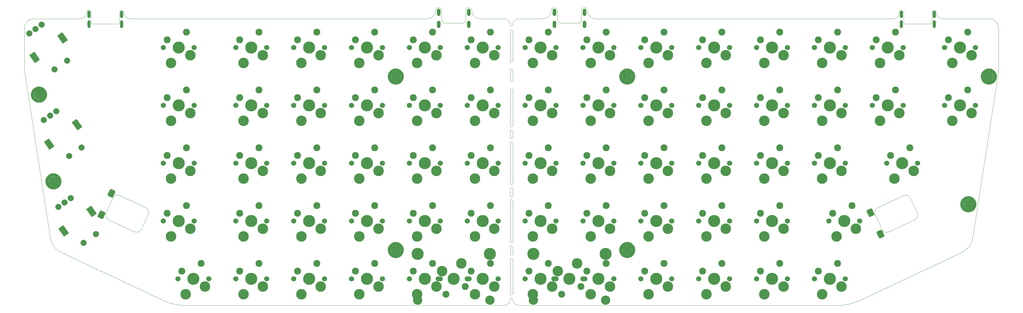
<source format=gbr>
G04 #@! TF.GenerationSoftware,KiCad,Pcbnew,(5.1.5-0-10_14)*
G04 #@! TF.CreationDate,2020-07-20T20:49:14-07:00*
G04 #@! TF.ProjectId,basis_combined_PROTON,62617369-735f-4636-9f6d-62696e65645f,rev?*
G04 #@! TF.SameCoordinates,Original*
G04 #@! TF.FileFunction,Soldermask,Top*
G04 #@! TF.FilePolarity,Negative*
%FSLAX46Y46*%
G04 Gerber Fmt 4.6, Leading zero omitted, Abs format (unit mm)*
G04 Created by KiCad (PCBNEW (5.1.5-0-10_14)) date 2020-07-20 20:49:14*
%MOMM*%
%LPD*%
G04 APERTURE LIST*
%ADD10C,0.100000*%
%ADD11C,0.120000*%
%ADD12C,1.701800*%
%ADD13C,2.286000*%
%ADD14C,3.987800*%
%ADD15C,3.470000*%
%ADD16O,1.100000X2.400000*%
%ADD17O,1.000000X2.550000*%
%ADD18O,1.200000X2.400000*%
%ADD19C,3.048000*%
%ADD20C,3.000000*%
%ADD21C,2.000000*%
G04 APERTURE END LIST*
D10*
X-123824375Y-116507500D02*
G75*
G02X-120824375Y-113507500I3000000J0D01*
G01*
X193855625Y-113507500D02*
G75*
G02X196855625Y-116507500I0J-3000000D01*
G01*
X144055625Y-207957499D02*
G75*
G03X150814190Y-206469023I28566J15958475D01*
G01*
X-71044375Y-207957499D02*
G75*
G02X-77802940Y-206469023I-28566J15958475D01*
G01*
X-123824375Y-130787500D02*
G75*
G03X-123788921Y-131207500I2505453J-1D01*
G01*
X196845625Y-130807500D02*
G75*
G02X196810171Y-131227500I-2505453J-1D01*
G01*
X184953082Y-190431995D02*
G75*
G03X188415624Y-185387499I-2817457J5644495D01*
G01*
X-111934375Y-190427500D02*
G75*
G02X-115396917Y-185383004I2817457J5644495D01*
G01*
X-89079308Y-113534373D02*
G75*
G02X-91119308Y-111494373I0J2040000D01*
G01*
X-103332251Y-111461252D02*
G75*
G02X-105372251Y-113501252I-2040000J0D01*
G01*
X-92559375Y-111484375D02*
G75*
G02X-91119308Y-111494373I720068J1D01*
G01*
X-103332251Y-111461252D02*
G75*
G02X-101909375Y-111484375I711626J1D01*
G01*
X178415624Y-113537498D02*
G75*
G02X176375624Y-111497498I0J2040000D01*
G01*
X164144306Y-111474377D02*
G75*
G02X162104306Y-113514377I-2040000J0D01*
G01*
X174935557Y-111487500D02*
G75*
G02X176375624Y-111497498I720068J1D01*
G01*
X164144306Y-111474377D02*
G75*
G02X165584375Y-111484375I720069J1D01*
G01*
X64215625Y-113537500D02*
G75*
G02X61515625Y-110837500I0J2700000D01*
G01*
X49623602Y-110727275D02*
G75*
G02X46823602Y-113527275I-2800000J0D01*
G01*
X59516865Y-110787718D02*
G75*
G02X61515625Y-110837500I998760J-49782D01*
G01*
X49623602Y-110727275D02*
G75*
G02X51612500Y-110787500I992023J-110225D01*
G01*
X26115625Y-113537500D02*
G75*
G02X23415625Y-110837500I0J2700000D01*
G01*
X11515625Y-110837500D02*
G75*
G02X8815625Y-113537500I-2700000J0D01*
G01*
X11517497Y-110837500D02*
G75*
G02X13512500Y-110787500I998128J0D01*
G01*
X21416865Y-110787718D02*
G75*
G02X23415625Y-110837500I998760J-49782D01*
G01*
X36915625Y-115537500D02*
G75*
G02X38915625Y-113537500I2000000J0D01*
G01*
X34115625Y-113537500D02*
G75*
G02X36115625Y-115537500I0J-2000000D01*
G01*
X38915625Y-207937500D02*
G75*
G02X36915625Y-205937500I0J2000000D01*
G01*
X36115625Y-205937500D02*
G75*
G02X34115625Y-207937500I-2000000J0D01*
G01*
X36115625Y-205937500D02*
G75*
G02X36915625Y-205937500I400000J0D01*
G01*
X36915625Y-115537500D02*
G75*
G02X36115625Y-115537500I-400000J0D01*
G01*
X150814190Y-206469023D02*
X184953082Y-190431995D01*
X8815625Y-113537500D02*
X-89079308Y-113534373D01*
X-105372251Y-113501252D02*
X-118268750Y-113506250D01*
X36900000Y-204000000D02*
G75*
G02X36100000Y-204000000I-400000J0D01*
G01*
X36100000Y-192750000D02*
G75*
G02X36900000Y-192750000I400000J0D01*
G01*
X36900000Y-191000000D02*
G75*
G02X36100000Y-191000000I-400000J0D01*
G01*
X36100000Y-188750000D02*
G75*
G02X36900000Y-188750000I400000J0D01*
G01*
X36900000Y-187000000D02*
G75*
G02X36100000Y-187000000I-400000J0D01*
G01*
X36100000Y-173500000D02*
G75*
G02X36900000Y-173500000I400000J0D01*
G01*
X36900000Y-171750000D02*
G75*
G02X36100000Y-171750000I-400000J0D01*
G01*
X36100000Y-169500000D02*
G75*
G02X36900000Y-169500000I400000J0D01*
G01*
X36900000Y-167750000D02*
G75*
G02X36100000Y-167750000I-400000J0D01*
G01*
X36100000Y-154500000D02*
G75*
G02X36900000Y-154500000I400000J0D01*
G01*
X36900000Y-152750000D02*
G75*
G02X36100000Y-152750000I-400000J0D01*
G01*
X36100000Y-150500000D02*
G75*
G02X36900000Y-150500000I400000J0D01*
G01*
X36900000Y-148750000D02*
G75*
G02X36100000Y-148750000I-400000J0D01*
G01*
X36100000Y-137000000D02*
G75*
G02X36900000Y-137000000I400000J0D01*
G01*
X36900000Y-133750000D02*
G75*
G02X36100000Y-133750000I-400000J0D01*
G01*
X36100000Y-130500000D02*
G75*
G02X36900000Y-130500000I400000J0D01*
G01*
X36900000Y-127500000D02*
G75*
G02X36100000Y-127500000I-400000J0D01*
G01*
X36100000Y-117500000D02*
G75*
G02X36900000Y-117500000I400000J0D01*
G01*
X36100000Y-133750000D02*
X36100000Y-130500000D01*
X36900000Y-130500000D02*
X36900000Y-133750000D01*
X36100000Y-152750000D02*
X36100000Y-150500000D01*
X36900000Y-150500000D02*
X36900000Y-152750000D01*
X36100000Y-171750000D02*
X36100000Y-169500000D01*
X36900000Y-169500000D02*
X36900000Y-171750000D01*
X36100000Y-191000000D02*
X36100000Y-188750000D01*
X36900000Y-188750000D02*
X36900000Y-191000000D01*
X36900000Y-192750000D02*
X36900000Y-204000000D01*
X36100000Y-204000000D02*
X36100000Y-192750000D01*
X36100000Y-187000000D02*
X36100000Y-173500000D01*
X36900000Y-173500000D02*
X36900000Y-187000000D01*
X36900000Y-167750000D02*
X36900000Y-154500000D01*
X36100000Y-154500000D02*
X36100000Y-167750000D01*
X36100000Y-148750000D02*
X36100000Y-137000000D01*
X36900000Y-137000000D02*
X36900000Y-148750000D01*
X36900000Y-127500000D02*
X36900000Y-117500000D01*
X36100000Y-117500000D02*
X36100000Y-127500000D01*
X26115625Y-113537500D02*
X33337500Y-113537500D01*
X64215625Y-113537500D02*
X162104306Y-113514377D01*
X46823602Y-113527275D02*
X39687500Y-113537500D01*
X178415624Y-113537498D02*
X193855625Y-113507500D01*
X39687500Y-113537500D02*
X38915625Y-113537500D01*
X196855625Y-116507500D02*
X196845625Y-130807500D01*
X196810171Y-131227500D02*
X188415624Y-185387499D01*
X38915625Y-207937500D02*
X144055625Y-207957500D01*
X-77802940Y-206469023D02*
X-111934375Y-190427500D01*
X34115625Y-207937500D02*
X-71044375Y-207957500D01*
X-123788921Y-131207500D02*
X-115396917Y-185383004D01*
X-123824375Y-116507500D02*
X-123824375Y-130787500D01*
X33337500Y-113537500D02*
X34115625Y-113537500D01*
X-118268750Y-113506250D02*
X-120824375Y-113507500D01*
D11*
X169257367Y-179765550D02*
X160738073Y-183738161D01*
X167797500Y-172612313D02*
X170079639Y-177506375D01*
X157019033Y-175762653D02*
X165538326Y-171790041D01*
X158478899Y-182915889D02*
X156196761Y-178021827D01*
X160738073Y-183738161D02*
G75*
G02X158478899Y-182915889I-718451J1540723D01*
G01*
X170079639Y-177506376D02*
G75*
G02X169257367Y-179765550I-1540723J-718451D01*
G01*
X165538326Y-171790041D02*
G75*
G02X167797500Y-172612313I718451J-1540723D01*
G01*
X156196761Y-178021827D02*
G75*
G02X157019033Y-175762653I1540723J718451D01*
G01*
X-87642181Y-183697401D02*
X-96161474Y-179724789D01*
X-83100868Y-177981067D02*
X-85383007Y-182875129D01*
X-92442433Y-171749281D02*
X-83923140Y-175721892D01*
X-96983746Y-177465615D02*
X-94701608Y-172571553D01*
X-96161474Y-179724789D02*
G75*
G02X-96983746Y-177465615I718451J1540723D01*
G01*
X-85383007Y-182875129D02*
G75*
G02X-87642181Y-183697401I-1540723J718451D01*
G01*
X-83923140Y-175721893D02*
G75*
G02X-83100868Y-177981067I-718451J-1540723D01*
G01*
X-94701607Y-172571553D02*
G75*
G02X-92442433Y-171749281I1540723J-718451D01*
G01*
D10*
X-101909375Y-114709375D02*
X-101909375Y-111484375D01*
X-93059375Y-115209375D02*
X-101409375Y-115209375D01*
X-92559375Y-111484375D02*
X-92559375Y-114709375D01*
X-101909375Y-114709375D02*
G75*
G03X-101409375Y-115209375I500000J0D01*
G01*
X-93059375Y-115209375D02*
G75*
G03X-92559375Y-114709375I0J500000D01*
G01*
X165584375Y-114709375D02*
X165584375Y-111484375D01*
X174434375Y-115209375D02*
X166084375Y-115209375D01*
X174934375Y-111484375D02*
X174934375Y-114709375D01*
X165584375Y-114709375D02*
G75*
G03X166084375Y-115209375I500000J0D01*
G01*
X174434375Y-115209375D02*
G75*
G03X174934375Y-114709375I0J500000D01*
G01*
X51612500Y-110787500D02*
X51612500Y-114117500D01*
X52412500Y-114917500D02*
X58712500Y-114917500D01*
X59512500Y-114117500D02*
X59512500Y-110787500D01*
X58712500Y-114917500D02*
G75*
G03X59512500Y-114117500I0J800000D01*
G01*
X51612500Y-114117500D02*
G75*
G03X52412500Y-114917500I800000J0D01*
G01*
X13512500Y-110787500D02*
X13512500Y-114117500D01*
X14312500Y-114917500D02*
X20612500Y-114917500D01*
X21412500Y-114117500D02*
X21412500Y-110787500D01*
X20612500Y-114917500D02*
G75*
G03X21412500Y-114117500I0J800000D01*
G01*
X13512500Y-114117500D02*
G75*
G03X14312500Y-114917500I800000J0D01*
G01*
G36*
X158152549Y-183078043D02*
G01*
X158201354Y-183083118D01*
X158249426Y-183092953D01*
X158296302Y-183107453D01*
X158341532Y-183126477D01*
X158384679Y-183149843D01*
X158425328Y-183177326D01*
X158463087Y-183208660D01*
X158497594Y-183243545D01*
X158528514Y-183281644D01*
X158555552Y-183322591D01*
X158578446Y-183365990D01*
X159212374Y-184725452D01*
X159230904Y-184770886D01*
X159244891Y-184817918D01*
X159254201Y-184866094D01*
X159258744Y-184914951D01*
X159258476Y-184964018D01*
X159253401Y-185012823D01*
X159243566Y-185060894D01*
X159229066Y-185107771D01*
X159210042Y-185153000D01*
X159186676Y-185196148D01*
X159159193Y-185236797D01*
X159127859Y-185274556D01*
X159092974Y-185309062D01*
X159054875Y-185339983D01*
X159013929Y-185367021D01*
X158970529Y-185389915D01*
X158064221Y-185812533D01*
X158018787Y-185831063D01*
X157971755Y-185845050D01*
X157923578Y-185854360D01*
X157874722Y-185858903D01*
X157825655Y-185858635D01*
X157776850Y-185853560D01*
X157728778Y-185843725D01*
X157681902Y-185829225D01*
X157636672Y-185810201D01*
X157593525Y-185786835D01*
X157552876Y-185759352D01*
X157515117Y-185728018D01*
X157480610Y-185693133D01*
X157449690Y-185655034D01*
X157422652Y-185614087D01*
X157399758Y-185570688D01*
X156765830Y-184211226D01*
X156747300Y-184165792D01*
X156733313Y-184118760D01*
X156724003Y-184070584D01*
X156719460Y-184021727D01*
X156719728Y-183972660D01*
X156724803Y-183923855D01*
X156734638Y-183875784D01*
X156749138Y-183828907D01*
X156768162Y-183783678D01*
X156791528Y-183740530D01*
X156819011Y-183699881D01*
X156850345Y-183662122D01*
X156885230Y-183627616D01*
X156923329Y-183596695D01*
X156964275Y-183569657D01*
X157007675Y-183546763D01*
X157913983Y-183124145D01*
X157959417Y-183105615D01*
X158006449Y-183091628D01*
X158054626Y-183082318D01*
X158103482Y-183077775D01*
X158152549Y-183078043D01*
G37*
G36*
X154856127Y-176008842D02*
G01*
X154904932Y-176013917D01*
X154953004Y-176023752D01*
X154999880Y-176038252D01*
X155045110Y-176057276D01*
X155088257Y-176080642D01*
X155128906Y-176108125D01*
X155166665Y-176139459D01*
X155201172Y-176174344D01*
X155232092Y-176212443D01*
X155259130Y-176253390D01*
X155282024Y-176296789D01*
X155915952Y-177656251D01*
X155934482Y-177701685D01*
X155948469Y-177748717D01*
X155957779Y-177796893D01*
X155962322Y-177845750D01*
X155962054Y-177894817D01*
X155956979Y-177943622D01*
X155947144Y-177991693D01*
X155932644Y-178038570D01*
X155913620Y-178083799D01*
X155890254Y-178126947D01*
X155862771Y-178167596D01*
X155831437Y-178205355D01*
X155796552Y-178239861D01*
X155758453Y-178270782D01*
X155717507Y-178297820D01*
X155674107Y-178320714D01*
X154767799Y-178743332D01*
X154722365Y-178761862D01*
X154675333Y-178775849D01*
X154627156Y-178785159D01*
X154578300Y-178789702D01*
X154529233Y-178789434D01*
X154480428Y-178784359D01*
X154432356Y-178774524D01*
X154385480Y-178760024D01*
X154340250Y-178741000D01*
X154297103Y-178717634D01*
X154256454Y-178690151D01*
X154218695Y-178658817D01*
X154184188Y-178623932D01*
X154153268Y-178585833D01*
X154126230Y-178544886D01*
X154103336Y-178501487D01*
X153469408Y-177142025D01*
X153450878Y-177096591D01*
X153436891Y-177049559D01*
X153427581Y-177001383D01*
X153423038Y-176952526D01*
X153423306Y-176903459D01*
X153428381Y-176854654D01*
X153438216Y-176806583D01*
X153452716Y-176759706D01*
X153471740Y-176714477D01*
X153495106Y-176671329D01*
X153522589Y-176630680D01*
X153553923Y-176592921D01*
X153588808Y-176558415D01*
X153626907Y-176527494D01*
X153667853Y-176500456D01*
X153711253Y-176477562D01*
X154617561Y-176054944D01*
X154662995Y-176036414D01*
X154710027Y-176022427D01*
X154758204Y-176013117D01*
X154807060Y-176008574D01*
X154856127Y-176008842D01*
G37*
G36*
X-98553350Y-176702283D02*
G01*
X-98505174Y-176711593D01*
X-98458142Y-176725580D01*
X-98412708Y-176744110D01*
X-97506400Y-177166728D01*
X-97463001Y-177189622D01*
X-97422054Y-177216660D01*
X-97383955Y-177247580D01*
X-97349070Y-177282087D01*
X-97317736Y-177319846D01*
X-97290253Y-177360495D01*
X-97266887Y-177403642D01*
X-97247863Y-177448872D01*
X-97233363Y-177495748D01*
X-97223528Y-177543820D01*
X-97218453Y-177592625D01*
X-97218185Y-177641692D01*
X-97222728Y-177690548D01*
X-97232038Y-177738725D01*
X-97246025Y-177785757D01*
X-97264555Y-177831191D01*
X-97898483Y-179190653D01*
X-97921377Y-179234053D01*
X-97948415Y-179274999D01*
X-97979336Y-179313098D01*
X-98013842Y-179347983D01*
X-98051601Y-179379317D01*
X-98092250Y-179406800D01*
X-98135398Y-179430166D01*
X-98180627Y-179449190D01*
X-98227504Y-179463690D01*
X-98275575Y-179473525D01*
X-98324380Y-179478600D01*
X-98373447Y-179478868D01*
X-98422304Y-179474325D01*
X-98470480Y-179465015D01*
X-98517512Y-179451028D01*
X-98562946Y-179432498D01*
X-99469254Y-179009880D01*
X-99512653Y-178986986D01*
X-99553600Y-178959948D01*
X-99591699Y-178929028D01*
X-99626584Y-178894521D01*
X-99657918Y-178856762D01*
X-99685401Y-178816113D01*
X-99708767Y-178772966D01*
X-99727791Y-178727736D01*
X-99742291Y-178680860D01*
X-99752126Y-178632788D01*
X-99757201Y-178583983D01*
X-99757469Y-178534916D01*
X-99752926Y-178486060D01*
X-99743616Y-178437883D01*
X-99729629Y-178390851D01*
X-99711099Y-178345417D01*
X-99077171Y-176985955D01*
X-99054277Y-176942555D01*
X-99027239Y-176901609D01*
X-98996318Y-176863510D01*
X-98961812Y-176828625D01*
X-98924053Y-176797291D01*
X-98883404Y-176769808D01*
X-98840256Y-176746442D01*
X-98795027Y-176727418D01*
X-98748150Y-176712918D01*
X-98700079Y-176703083D01*
X-98651274Y-176698008D01*
X-98602207Y-176697740D01*
X-98553350Y-176702283D01*
G37*
G36*
X-95256927Y-169633083D02*
G01*
X-95208751Y-169642393D01*
X-95161719Y-169656380D01*
X-95116285Y-169674910D01*
X-94209977Y-170097528D01*
X-94166578Y-170120422D01*
X-94125631Y-170147460D01*
X-94087532Y-170178380D01*
X-94052647Y-170212887D01*
X-94021313Y-170250646D01*
X-93993830Y-170291295D01*
X-93970464Y-170334442D01*
X-93951440Y-170379672D01*
X-93936940Y-170426548D01*
X-93927105Y-170474620D01*
X-93922030Y-170523425D01*
X-93921762Y-170572492D01*
X-93926305Y-170621348D01*
X-93935615Y-170669525D01*
X-93949602Y-170716557D01*
X-93968132Y-170761991D01*
X-94602060Y-172121453D01*
X-94624954Y-172164853D01*
X-94651992Y-172205799D01*
X-94682913Y-172243898D01*
X-94717419Y-172278783D01*
X-94755178Y-172310117D01*
X-94795827Y-172337600D01*
X-94838975Y-172360966D01*
X-94884204Y-172379990D01*
X-94931081Y-172394490D01*
X-94979152Y-172404325D01*
X-95027957Y-172409400D01*
X-95077024Y-172409668D01*
X-95125881Y-172405125D01*
X-95174057Y-172395815D01*
X-95221089Y-172381828D01*
X-95266523Y-172363298D01*
X-96172831Y-171940680D01*
X-96216230Y-171917786D01*
X-96257177Y-171890748D01*
X-96295276Y-171859828D01*
X-96330161Y-171825321D01*
X-96361495Y-171787562D01*
X-96388978Y-171746913D01*
X-96412344Y-171703766D01*
X-96431368Y-171658536D01*
X-96445868Y-171611660D01*
X-96455703Y-171563588D01*
X-96460778Y-171514783D01*
X-96461046Y-171465716D01*
X-96456503Y-171416860D01*
X-96447193Y-171368683D01*
X-96433206Y-171321651D01*
X-96414676Y-171276217D01*
X-95780748Y-169916755D01*
X-95757854Y-169873355D01*
X-95730816Y-169832409D01*
X-95699895Y-169794310D01*
X-95665389Y-169759425D01*
X-95627630Y-169728091D01*
X-95586981Y-169700608D01*
X-95543833Y-169677242D01*
X-95498604Y-169658218D01*
X-95451727Y-169643718D01*
X-95403656Y-169633883D01*
X-95354851Y-169628808D01*
X-95305784Y-169628540D01*
X-95256927Y-169633083D01*
G37*
D12*
X-78105000Y-180181250D03*
X-67945000Y-180181250D03*
D13*
X-76835000Y-177641250D03*
D14*
X-73025000Y-180181250D03*
D13*
X-70485000Y-175101250D03*
D15*
X-69215000Y-182721250D03*
X-75565000Y-185261250D03*
D12*
X60642500Y-199231250D03*
X50482500Y-199231250D03*
D13*
X59372500Y-201771250D03*
D14*
X55562500Y-199231250D03*
D13*
X53022500Y-204311250D03*
D15*
X51752500Y-196691250D03*
X58102500Y-194151250D03*
D12*
X-16192500Y-123031250D03*
X-6032500Y-123031250D03*
D13*
X-14922500Y-120491250D03*
D14*
X-11112500Y-123031250D03*
D13*
X-8572500Y-117951250D03*
D15*
X-7302500Y-125571250D03*
X-13652500Y-128111250D03*
D12*
X160020000Y-161131250D03*
X170180000Y-161131250D03*
D13*
X161290000Y-158591250D03*
D14*
X165100000Y-161131250D03*
D13*
X167640000Y-156051250D03*
D15*
X168910000Y-163671250D03*
X162560000Y-166211250D03*
D12*
X179070000Y-142081250D03*
X189230000Y-142081250D03*
D13*
X180340000Y-139541250D03*
D14*
X184150000Y-142081250D03*
D13*
X186690000Y-137001250D03*
D15*
X187960000Y-144621250D03*
X181610000Y-147161250D03*
D12*
X179070000Y-123031250D03*
X189230000Y-123031250D03*
D13*
X180340000Y-120491250D03*
D14*
X184150000Y-123031250D03*
D13*
X186690000Y-117951250D03*
D15*
X187960000Y-125571250D03*
X181610000Y-128111250D03*
D12*
X140970000Y-180181250D03*
X151130000Y-180181250D03*
D13*
X142240000Y-177641250D03*
D14*
X146050000Y-180181250D03*
D13*
X148590000Y-175101250D03*
D15*
X149860000Y-182721250D03*
X143510000Y-185261250D03*
D12*
X117157500Y-123031250D03*
X127317500Y-123031250D03*
D13*
X118427500Y-120491250D03*
D14*
X122237500Y-123031250D03*
D13*
X124777500Y-117951250D03*
D15*
X126047500Y-125571250D03*
X119697500Y-128111250D03*
D12*
X98107500Y-180181250D03*
X108267500Y-180181250D03*
D13*
X99377500Y-177641250D03*
D14*
X103187500Y-180181250D03*
D13*
X105727500Y-175101250D03*
D15*
X106997500Y-182721250D03*
X100647500Y-185261250D03*
D12*
X79057500Y-180181250D03*
X89217500Y-180181250D03*
D13*
X80327500Y-177641250D03*
D14*
X84137500Y-180181250D03*
D13*
X86677500Y-175101250D03*
D15*
X87947500Y-182721250D03*
X81597500Y-185261250D03*
D12*
X40957500Y-123031250D03*
X51117500Y-123031250D03*
D13*
X42227500Y-120491250D03*
D14*
X46037500Y-123031250D03*
D13*
X48577500Y-117951250D03*
D15*
X49847500Y-125571250D03*
X43497500Y-128111250D03*
D12*
X60007500Y-123031250D03*
X70167500Y-123031250D03*
D13*
X61277500Y-120491250D03*
D14*
X65087500Y-123031250D03*
D13*
X67627500Y-117951250D03*
D15*
X68897500Y-125571250D03*
X62547500Y-128111250D03*
D12*
X79057500Y-123031250D03*
X89217500Y-123031250D03*
D13*
X80327500Y-120491250D03*
D14*
X84137500Y-123031250D03*
D13*
X86677500Y-117951250D03*
D15*
X87947500Y-125571250D03*
X81597500Y-128111250D03*
D12*
X98107500Y-123031250D03*
X108267500Y-123031250D03*
D13*
X99377500Y-120491250D03*
D14*
X103187500Y-123031250D03*
D13*
X105727500Y-117951250D03*
D15*
X106997500Y-125571250D03*
X100647500Y-128111250D03*
D12*
X136207500Y-161131250D03*
X146367500Y-161131250D03*
D13*
X137477500Y-158591250D03*
D14*
X141287500Y-161131250D03*
D13*
X143827500Y-156051250D03*
D15*
X145097500Y-163671250D03*
X138747500Y-166211250D03*
D12*
X117157500Y-180181250D03*
X127317500Y-180181250D03*
D13*
X118427500Y-177641250D03*
D14*
X122237500Y-180181250D03*
D13*
X124777500Y-175101250D03*
D15*
X126047500Y-182721250D03*
X119697500Y-185261250D03*
D12*
X117157500Y-161131250D03*
X127317500Y-161131250D03*
D13*
X118427500Y-158591250D03*
D14*
X122237500Y-161131250D03*
D13*
X124777500Y-156051250D03*
D15*
X126047500Y-163671250D03*
X119697500Y-166211250D03*
D12*
X155257500Y-142081250D03*
X165417500Y-142081250D03*
D13*
X156527500Y-139541250D03*
D14*
X160337500Y-142081250D03*
D13*
X162877500Y-137001250D03*
D15*
X164147500Y-144621250D03*
X157797500Y-147161250D03*
D12*
X136207500Y-123031250D03*
X146367500Y-123031250D03*
D13*
X137477500Y-120491250D03*
D14*
X141287500Y-123031250D03*
D13*
X143827500Y-117951250D03*
D15*
X145097500Y-125571250D03*
X138747500Y-128111250D03*
D12*
X155257500Y-123031250D03*
X165417500Y-123031250D03*
D13*
X156527500Y-120491250D03*
D14*
X160337500Y-123031250D03*
D13*
X162877500Y-117951250D03*
D15*
X164147500Y-125571250D03*
X157797500Y-128111250D03*
D12*
X98107500Y-199231250D03*
X108267500Y-199231250D03*
D13*
X99377500Y-196691250D03*
D14*
X103187500Y-199231250D03*
D13*
X105727500Y-194151250D03*
D15*
X106997500Y-201771250D03*
X100647500Y-204311250D03*
D12*
X40957500Y-161131250D03*
X51117500Y-161131250D03*
D13*
X42227500Y-158591250D03*
D14*
X46037500Y-161131250D03*
D13*
X48577500Y-156051250D03*
D15*
X49847500Y-163671250D03*
X43497500Y-166211250D03*
D12*
X79057500Y-142081250D03*
X89217500Y-142081250D03*
D13*
X80327500Y-139541250D03*
D14*
X84137500Y-142081250D03*
D13*
X86677500Y-137001250D03*
D15*
X87947500Y-144621250D03*
X81597500Y-147161250D03*
D12*
X60007500Y-161131250D03*
X70167500Y-161131250D03*
D13*
X61277500Y-158591250D03*
D14*
X65087500Y-161131250D03*
D13*
X67627500Y-156051250D03*
D15*
X68897500Y-163671250D03*
X62547500Y-166211250D03*
D12*
X79057500Y-161131250D03*
X89217500Y-161131250D03*
D13*
X80327500Y-158591250D03*
D14*
X84137500Y-161131250D03*
D13*
X86677500Y-156051250D03*
D15*
X87947500Y-163671250D03*
X81597500Y-166211250D03*
D12*
X98107500Y-161131250D03*
X108267500Y-161131250D03*
D13*
X99377500Y-158591250D03*
D14*
X103187500Y-161131250D03*
D13*
X105727500Y-156051250D03*
D15*
X106997500Y-163671250D03*
X100647500Y-166211250D03*
D12*
X79057500Y-199231250D03*
X89217500Y-199231250D03*
D13*
X80327500Y-196691250D03*
D14*
X84137500Y-199231250D03*
D13*
X86677500Y-194151250D03*
D15*
X87947500Y-201771250D03*
X81597500Y-204311250D03*
D12*
X60007500Y-180181250D03*
X70167500Y-180181250D03*
D13*
X61277500Y-177641250D03*
D14*
X65087500Y-180181250D03*
D13*
X67627500Y-175101250D03*
D15*
X68897500Y-182721250D03*
X62547500Y-185261250D03*
D12*
X40957500Y-180181250D03*
X51117500Y-180181250D03*
D13*
X42227500Y-177641250D03*
D14*
X46037500Y-180181250D03*
D13*
X48577500Y-175101250D03*
D15*
X49847500Y-182721250D03*
X43497500Y-185261250D03*
D12*
X98107500Y-142081250D03*
X108267500Y-142081250D03*
D13*
X99377500Y-139541250D03*
D14*
X103187500Y-142081250D03*
D13*
X105727500Y-137001250D03*
D15*
X106997500Y-144621250D03*
X100647500Y-147161250D03*
D12*
X117157500Y-142081250D03*
X127317500Y-142081250D03*
D13*
X118427500Y-139541250D03*
D14*
X122237500Y-142081250D03*
D13*
X124777500Y-137001250D03*
D15*
X126047500Y-144621250D03*
X119697500Y-147161250D03*
D12*
X136207500Y-199231250D03*
X146367500Y-199231250D03*
D13*
X137477500Y-196691250D03*
D14*
X141287500Y-199231250D03*
D13*
X143827500Y-194151250D03*
D15*
X145097500Y-201771250D03*
X138747500Y-204311250D03*
D12*
X40957500Y-199231250D03*
X51117500Y-199231250D03*
D13*
X42227500Y-196691250D03*
D14*
X46037500Y-199231250D03*
D13*
X48577500Y-194151250D03*
D15*
X49847500Y-201771250D03*
X43497500Y-204311250D03*
D12*
X60007500Y-199231250D03*
X70167500Y-199231250D03*
D13*
X61277500Y-196691250D03*
D14*
X65087500Y-199231250D03*
D13*
X67627500Y-194151250D03*
D15*
X68897500Y-201771250D03*
X62547500Y-204311250D03*
D12*
X60007500Y-142081250D03*
X70167500Y-142081250D03*
D13*
X61277500Y-139541250D03*
D14*
X65087500Y-142081250D03*
D13*
X67627500Y-137001250D03*
D15*
X68897500Y-144621250D03*
X62547500Y-147161250D03*
D12*
X117157500Y-199231250D03*
X127317500Y-199231250D03*
D13*
X118427500Y-196691250D03*
D14*
X122237500Y-199231250D03*
D13*
X124777500Y-194151250D03*
D15*
X126047500Y-201771250D03*
X119697500Y-204311250D03*
D12*
X40957500Y-142081250D03*
X51117500Y-142081250D03*
D13*
X42227500Y-139541250D03*
D14*
X46037500Y-142081250D03*
D13*
X48577500Y-137001250D03*
D15*
X49847500Y-144621250D03*
X43497500Y-147161250D03*
D12*
X21907500Y-180181250D03*
X32067500Y-180181250D03*
D13*
X23177500Y-177641250D03*
D14*
X26987500Y-180181250D03*
D13*
X29527500Y-175101250D03*
D15*
X30797500Y-182721250D03*
X24447500Y-185261250D03*
D12*
X21907500Y-123031250D03*
X32067500Y-123031250D03*
D13*
X23177500Y-120491250D03*
D14*
X26987500Y-123031250D03*
D13*
X29527500Y-117951250D03*
D15*
X30797500Y-125571250D03*
X24447500Y-128111250D03*
D12*
X-78105000Y-142081250D03*
X-67945000Y-142081250D03*
D13*
X-76835000Y-139541250D03*
D14*
X-73025000Y-142081250D03*
D13*
X-70485000Y-137001250D03*
D15*
X-69215000Y-144621250D03*
X-75565000Y-147161250D03*
D12*
X-78105000Y-123031250D03*
X-67945000Y-123031250D03*
D13*
X-76835000Y-120491250D03*
D14*
X-73025000Y-123031250D03*
D13*
X-70485000Y-117951250D03*
D15*
X-69215000Y-125571250D03*
X-75565000Y-128111250D03*
D12*
X-54292500Y-180181250D03*
X-44132500Y-180181250D03*
D13*
X-53022500Y-177641250D03*
D14*
X-49212500Y-180181250D03*
D13*
X-46672500Y-175101250D03*
D15*
X-45402500Y-182721250D03*
X-51752500Y-185261250D03*
D12*
X-35242500Y-180181250D03*
X-25082500Y-180181250D03*
D13*
X-33972500Y-177641250D03*
D14*
X-30162500Y-180181250D03*
D13*
X-27622500Y-175101250D03*
D15*
X-26352500Y-182721250D03*
X-32702500Y-185261250D03*
D12*
X-35242500Y-142081250D03*
X-25082500Y-142081250D03*
D13*
X-33972500Y-139541250D03*
D14*
X-30162500Y-142081250D03*
D13*
X-27622500Y-137001250D03*
D15*
X-26352500Y-144621250D03*
X-32702500Y-147161250D03*
D12*
X2857500Y-180181250D03*
X13017500Y-180181250D03*
D13*
X4127500Y-177641250D03*
D14*
X7937500Y-180181250D03*
D13*
X10477500Y-175101250D03*
D15*
X11747500Y-182721250D03*
X5397500Y-185261250D03*
D12*
X21907500Y-142081250D03*
X32067500Y-142081250D03*
D13*
X23177500Y-139541250D03*
D14*
X26987500Y-142081250D03*
D13*
X29527500Y-137001250D03*
D15*
X30797500Y-144621250D03*
X24447500Y-147161250D03*
D12*
X22542500Y-199231250D03*
X12382500Y-199231250D03*
D13*
X21272500Y-201771250D03*
D14*
X17462500Y-199231250D03*
D13*
X14922500Y-204311250D03*
D15*
X13652500Y-196691250D03*
X20002500Y-194151250D03*
D12*
X21907500Y-199231250D03*
X32067500Y-199231250D03*
D13*
X23177500Y-196691250D03*
D14*
X26987500Y-199231250D03*
D13*
X29527500Y-194151250D03*
D15*
X30797500Y-201771250D03*
X24447500Y-204311250D03*
D12*
X2857500Y-199231250D03*
X13017500Y-199231250D03*
D13*
X4127500Y-196691250D03*
D14*
X7937500Y-199231250D03*
D13*
X10477500Y-194151250D03*
D15*
X11747500Y-201771250D03*
X5397500Y-204311250D03*
D12*
X-35242500Y-161131250D03*
X-25082500Y-161131250D03*
D13*
X-33972500Y-158591250D03*
D14*
X-30162500Y-161131250D03*
D13*
X-27622500Y-156051250D03*
D15*
X-26352500Y-163671250D03*
X-32702500Y-166211250D03*
D12*
X2857500Y-142081250D03*
X13017500Y-142081250D03*
D13*
X4127500Y-139541250D03*
D14*
X7937500Y-142081250D03*
D13*
X10477500Y-137001250D03*
D15*
X11747500Y-144621250D03*
X5397500Y-147161250D03*
D12*
X-54292500Y-142081250D03*
X-44132500Y-142081250D03*
D13*
X-53022500Y-139541250D03*
D14*
X-49212500Y-142081250D03*
D13*
X-46672500Y-137001250D03*
D15*
X-45402500Y-144621250D03*
X-51752500Y-147161250D03*
D12*
X21907500Y-161131250D03*
X32067500Y-161131250D03*
D13*
X23177500Y-158591250D03*
D14*
X26987500Y-161131250D03*
D13*
X29527500Y-156051250D03*
D15*
X30797500Y-163671250D03*
X24447500Y-166211250D03*
D12*
X-73342500Y-199231250D03*
X-63182500Y-199231250D03*
D13*
X-72072500Y-196691250D03*
D14*
X-68262500Y-199231250D03*
D13*
X-65722500Y-194151250D03*
D15*
X-64452500Y-201771250D03*
X-70802500Y-204311250D03*
D12*
X2857500Y-161131250D03*
X13017500Y-161131250D03*
D13*
X4127500Y-158591250D03*
D14*
X7937500Y-161131250D03*
D13*
X10477500Y-156051250D03*
D15*
X11747500Y-163671250D03*
X5397500Y-166211250D03*
D12*
X-16192500Y-142081250D03*
X-6032500Y-142081250D03*
D13*
X-14922500Y-139541250D03*
D14*
X-11112500Y-142081250D03*
D13*
X-8572500Y-137001250D03*
D15*
X-7302500Y-144621250D03*
X-13652500Y-147161250D03*
D12*
X-16192500Y-161131250D03*
X-6032500Y-161131250D03*
D13*
X-14922500Y-158591250D03*
D14*
X-11112500Y-161131250D03*
D13*
X-8572500Y-156051250D03*
D15*
X-7302500Y-163671250D03*
X-13652500Y-166211250D03*
D12*
X-54292500Y-199231250D03*
X-44132500Y-199231250D03*
D13*
X-53022500Y-196691250D03*
D14*
X-49212500Y-199231250D03*
D13*
X-46672500Y-194151250D03*
D15*
X-45402500Y-201771250D03*
X-51752500Y-204311250D03*
D12*
X-16192500Y-199231250D03*
X-6032500Y-199231250D03*
D13*
X-14922500Y-196691250D03*
D14*
X-11112500Y-199231250D03*
D13*
X-8572500Y-194151250D03*
D15*
X-7302500Y-201771250D03*
X-13652500Y-204311250D03*
D12*
X-16192500Y-180181250D03*
X-6032500Y-180181250D03*
D13*
X-14922500Y-177641250D03*
D14*
X-11112500Y-180181250D03*
D13*
X-8572500Y-175101250D03*
D15*
X-7302500Y-182721250D03*
X-13652500Y-185261250D03*
D12*
X-54292500Y-161131250D03*
X-44132500Y-161131250D03*
D13*
X-53022500Y-158591250D03*
D14*
X-49212500Y-161131250D03*
D13*
X-46672500Y-156051250D03*
D15*
X-45402500Y-163671250D03*
X-51752500Y-166211250D03*
D12*
X2857500Y-123031250D03*
X13017500Y-123031250D03*
D13*
X4127500Y-120491250D03*
D14*
X7937500Y-123031250D03*
D13*
X10477500Y-117951250D03*
D15*
X11747500Y-125571250D03*
X5397500Y-128111250D03*
D12*
X-35242500Y-123031250D03*
X-25082500Y-123031250D03*
D13*
X-33972500Y-120491250D03*
D14*
X-30162500Y-123031250D03*
D13*
X-27622500Y-117951250D03*
D15*
X-26352500Y-125571250D03*
X-32702500Y-128111250D03*
D12*
X-35242500Y-199231250D03*
X-25082500Y-199231250D03*
D13*
X-33972500Y-196691250D03*
D14*
X-30162500Y-199231250D03*
D13*
X-27622500Y-194151250D03*
D15*
X-26352500Y-201771250D03*
X-32702500Y-204311250D03*
D12*
X-54292500Y-123031250D03*
X-44132500Y-123031250D03*
D13*
X-53022500Y-120491250D03*
D14*
X-49212500Y-123031250D03*
D13*
X-46672500Y-117951250D03*
D15*
X-45402500Y-125571250D03*
X-51752500Y-128111250D03*
D12*
X-78105000Y-161131250D03*
X-67945000Y-161131250D03*
D13*
X-76835000Y-158591250D03*
D14*
X-73025000Y-161131250D03*
D13*
X-70485000Y-156051250D03*
D15*
X-69215000Y-163671250D03*
X-75565000Y-166211250D03*
D12*
X136207500Y-142081250D03*
X146367500Y-142081250D03*
D13*
X137477500Y-139541250D03*
D14*
X141287500Y-142081250D03*
D13*
X143827500Y-137001250D03*
D15*
X145097500Y-144621250D03*
X138747500Y-147161250D03*
D16*
X-102634375Y-112109375D03*
X-91834375Y-112109375D03*
D17*
X-102634375Y-115339375D03*
X-91834375Y-115339375D03*
D16*
X164859375Y-112109375D03*
X175659375Y-112109375D03*
D17*
X164859375Y-115339375D03*
X175659375Y-115339375D03*
D18*
X60512500Y-111367500D03*
X60512500Y-115367500D03*
X50612500Y-111367500D03*
X50612500Y-115367500D03*
X22412500Y-111367500D03*
X22412500Y-115367500D03*
X12512500Y-111367500D03*
X12512500Y-115367500D03*
D19*
X29362500Y-206216250D03*
X5562500Y-206216250D03*
D14*
X29362500Y-190976250D03*
X5562500Y-190976250D03*
D19*
X67462500Y-206216250D03*
X43662500Y-206216250D03*
D14*
X67462500Y-190976250D03*
X43662500Y-190976250D03*
D20*
X-114300000Y-167084375D03*
D10*
G36*
X-113911164Y-164463057D02*
G01*
X-113656103Y-164513792D01*
X-113407242Y-164589283D01*
X-113166979Y-164688803D01*
X-112937628Y-164811394D01*
X-112721397Y-164955875D01*
X-112520369Y-165120855D01*
X-112336480Y-165304744D01*
X-112171500Y-165505772D01*
X-112027019Y-165722003D01*
X-111904428Y-165951354D01*
X-111804908Y-166191617D01*
X-111729417Y-166440478D01*
X-111678682Y-166695539D01*
X-111653192Y-166954346D01*
X-111653192Y-167214404D01*
X-111678682Y-167473211D01*
X-111729417Y-167728272D01*
X-111804908Y-167977133D01*
X-111904428Y-168217396D01*
X-112027019Y-168446747D01*
X-112171500Y-168662978D01*
X-112336480Y-168864006D01*
X-112520369Y-169047895D01*
X-112721397Y-169212875D01*
X-112937628Y-169357356D01*
X-113166979Y-169479947D01*
X-113407242Y-169579467D01*
X-113656103Y-169654958D01*
X-113911164Y-169705693D01*
X-114169971Y-169731183D01*
X-114430029Y-169731183D01*
X-114688836Y-169705693D01*
X-114943897Y-169654958D01*
X-115192758Y-169579467D01*
X-115433021Y-169479947D01*
X-115662372Y-169357356D01*
X-115878603Y-169212875D01*
X-116079631Y-169047895D01*
X-116263520Y-168864006D01*
X-116428500Y-168662978D01*
X-116572981Y-168446747D01*
X-116695572Y-168217396D01*
X-116795092Y-167977133D01*
X-116870583Y-167728272D01*
X-116921318Y-167473211D01*
X-116946808Y-167214404D01*
X-116946808Y-167010773D01*
X-115798193Y-167010773D01*
X-115798193Y-167157977D01*
X-115783765Y-167304471D01*
X-115755047Y-167448845D01*
X-115712316Y-167589710D01*
X-115655984Y-167725708D01*
X-115586593Y-167855529D01*
X-115504811Y-167977924D01*
X-115411427Y-168091713D01*
X-115307338Y-168195802D01*
X-115193549Y-168289186D01*
X-115071154Y-168370968D01*
X-114941333Y-168440359D01*
X-114805335Y-168496691D01*
X-114664470Y-168539422D01*
X-114520096Y-168568140D01*
X-114373602Y-168582568D01*
X-114226398Y-168582568D01*
X-114079904Y-168568140D01*
X-113935530Y-168539422D01*
X-113794665Y-168496691D01*
X-113658667Y-168440359D01*
X-113528846Y-168370968D01*
X-113406451Y-168289186D01*
X-113292662Y-168195802D01*
X-113188573Y-168091713D01*
X-113095189Y-167977924D01*
X-113013407Y-167855529D01*
X-112944016Y-167725708D01*
X-112887684Y-167589710D01*
X-112844953Y-167448845D01*
X-112816235Y-167304471D01*
X-112801807Y-167157977D01*
X-112801807Y-167010773D01*
X-112816235Y-166864279D01*
X-112844953Y-166719905D01*
X-112887684Y-166579040D01*
X-112944016Y-166443042D01*
X-113013407Y-166313221D01*
X-113095189Y-166190826D01*
X-113188573Y-166077037D01*
X-113292662Y-165972948D01*
X-113406451Y-165879564D01*
X-113528846Y-165797782D01*
X-113658667Y-165728391D01*
X-113794665Y-165672059D01*
X-113935530Y-165629328D01*
X-114079904Y-165600610D01*
X-114226398Y-165586182D01*
X-114373602Y-165586182D01*
X-114520096Y-165600610D01*
X-114664470Y-165629328D01*
X-114805335Y-165672059D01*
X-114941333Y-165728391D01*
X-115071154Y-165797782D01*
X-115193549Y-165879564D01*
X-115307338Y-165972948D01*
X-115411427Y-166077037D01*
X-115504811Y-166190826D01*
X-115586593Y-166313221D01*
X-115655984Y-166443042D01*
X-115712316Y-166579040D01*
X-115755047Y-166719905D01*
X-115783765Y-166864279D01*
X-115798193Y-167010773D01*
X-116946808Y-167010773D01*
X-116946808Y-166954346D01*
X-116921318Y-166695539D01*
X-116870583Y-166440478D01*
X-116795092Y-166191617D01*
X-116695572Y-165951354D01*
X-116572981Y-165722003D01*
X-116428500Y-165505772D01*
X-116263520Y-165304744D01*
X-116079631Y-165120855D01*
X-115878603Y-164955875D01*
X-115662372Y-164811394D01*
X-115433021Y-164688803D01*
X-115192758Y-164589283D01*
X-114943897Y-164513792D01*
X-114688836Y-164463057D01*
X-114430029Y-164437567D01*
X-114169971Y-164437567D01*
X-113911164Y-164463057D01*
G37*
G36*
X75001336Y-129934932D02*
G01*
X75256397Y-129985667D01*
X75505258Y-130061158D01*
X75745521Y-130160678D01*
X75974872Y-130283269D01*
X76191103Y-130427750D01*
X76392131Y-130592730D01*
X76576020Y-130776619D01*
X76741000Y-130977647D01*
X76885481Y-131193878D01*
X77008072Y-131423229D01*
X77107592Y-131663492D01*
X77183083Y-131912353D01*
X77233818Y-132167414D01*
X77259308Y-132426221D01*
X77259308Y-132686279D01*
X77233818Y-132945086D01*
X77183083Y-133200147D01*
X77107592Y-133449008D01*
X77008072Y-133689271D01*
X76885481Y-133918622D01*
X76741000Y-134134853D01*
X76576020Y-134335881D01*
X76392131Y-134519770D01*
X76191103Y-134684750D01*
X75974872Y-134829231D01*
X75745521Y-134951822D01*
X75505258Y-135051342D01*
X75256397Y-135126833D01*
X75001336Y-135177568D01*
X74742529Y-135203058D01*
X74482471Y-135203058D01*
X74223664Y-135177568D01*
X73968603Y-135126833D01*
X73719742Y-135051342D01*
X73479479Y-134951822D01*
X73250128Y-134829231D01*
X73033897Y-134684750D01*
X72832869Y-134519770D01*
X72648980Y-134335881D01*
X72484000Y-134134853D01*
X72339519Y-133918622D01*
X72216928Y-133689271D01*
X72117408Y-133449008D01*
X72041917Y-133200147D01*
X71991182Y-132945086D01*
X71965692Y-132686279D01*
X71965692Y-132482648D01*
X73114307Y-132482648D01*
X73114307Y-132629852D01*
X73128735Y-132776346D01*
X73157453Y-132920720D01*
X73200184Y-133061585D01*
X73256516Y-133197583D01*
X73325907Y-133327404D01*
X73407689Y-133449799D01*
X73501073Y-133563588D01*
X73605162Y-133667677D01*
X73718951Y-133761061D01*
X73841346Y-133842843D01*
X73971167Y-133912234D01*
X74107165Y-133968566D01*
X74248030Y-134011297D01*
X74392404Y-134040015D01*
X74538898Y-134054443D01*
X74686102Y-134054443D01*
X74832596Y-134040015D01*
X74976970Y-134011297D01*
X75117835Y-133968566D01*
X75253833Y-133912234D01*
X75383654Y-133842843D01*
X75506049Y-133761061D01*
X75619838Y-133667677D01*
X75723927Y-133563588D01*
X75817311Y-133449799D01*
X75899093Y-133327404D01*
X75968484Y-133197583D01*
X76024816Y-133061585D01*
X76067547Y-132920720D01*
X76096265Y-132776346D01*
X76110693Y-132629852D01*
X76110693Y-132482648D01*
X76096265Y-132336154D01*
X76067547Y-132191780D01*
X76024816Y-132050915D01*
X75968484Y-131914917D01*
X75899093Y-131785096D01*
X75817311Y-131662701D01*
X75723927Y-131548912D01*
X75619838Y-131444823D01*
X75506049Y-131351439D01*
X75383654Y-131269657D01*
X75253833Y-131200266D01*
X75117835Y-131143934D01*
X74976970Y-131101203D01*
X74832596Y-131072485D01*
X74686102Y-131058057D01*
X74538898Y-131058057D01*
X74392404Y-131072485D01*
X74248030Y-131101203D01*
X74107165Y-131143934D01*
X73971167Y-131200266D01*
X73841346Y-131269657D01*
X73718951Y-131351439D01*
X73605162Y-131444823D01*
X73501073Y-131548912D01*
X73407689Y-131662701D01*
X73325907Y-131785096D01*
X73256516Y-131914917D01*
X73200184Y-132050915D01*
X73157453Y-132191780D01*
X73128735Y-132336154D01*
X73114307Y-132482648D01*
X71965692Y-132482648D01*
X71965692Y-132426221D01*
X71991182Y-132167414D01*
X72041917Y-131912353D01*
X72117408Y-131663492D01*
X72216928Y-131423229D01*
X72339519Y-131193878D01*
X72484000Y-130977647D01*
X72648980Y-130776619D01*
X72832869Y-130592730D01*
X73033897Y-130427750D01*
X73250128Y-130283269D01*
X73479479Y-130160678D01*
X73719742Y-130061158D01*
X73968603Y-129985667D01*
X74223664Y-129934932D01*
X74482471Y-129909442D01*
X74742529Y-129909442D01*
X75001336Y-129934932D01*
G37*
D20*
X74612500Y-132556250D03*
D10*
G36*
X-1198664Y-129934932D02*
G01*
X-943603Y-129985667D01*
X-694742Y-130061158D01*
X-454479Y-130160678D01*
X-225128Y-130283269D01*
X-8897Y-130427750D01*
X192131Y-130592730D01*
X376020Y-130776619D01*
X541000Y-130977647D01*
X685481Y-131193878D01*
X808072Y-131423229D01*
X907592Y-131663492D01*
X983083Y-131912353D01*
X1033818Y-132167414D01*
X1059308Y-132426221D01*
X1059308Y-132686279D01*
X1033818Y-132945086D01*
X983083Y-133200147D01*
X907592Y-133449008D01*
X808072Y-133689271D01*
X685481Y-133918622D01*
X541000Y-134134853D01*
X376020Y-134335881D01*
X192131Y-134519770D01*
X-8897Y-134684750D01*
X-225128Y-134829231D01*
X-454479Y-134951822D01*
X-694742Y-135051342D01*
X-943603Y-135126833D01*
X-1198664Y-135177568D01*
X-1457471Y-135203058D01*
X-1717529Y-135203058D01*
X-1976336Y-135177568D01*
X-2231397Y-135126833D01*
X-2480258Y-135051342D01*
X-2720521Y-134951822D01*
X-2949872Y-134829231D01*
X-3166103Y-134684750D01*
X-3367131Y-134519770D01*
X-3551020Y-134335881D01*
X-3716000Y-134134853D01*
X-3860481Y-133918622D01*
X-3983072Y-133689271D01*
X-4082592Y-133449008D01*
X-4158083Y-133200147D01*
X-4208818Y-132945086D01*
X-4234308Y-132686279D01*
X-4234308Y-132482648D01*
X-3085693Y-132482648D01*
X-3085693Y-132629852D01*
X-3071265Y-132776346D01*
X-3042547Y-132920720D01*
X-2999816Y-133061585D01*
X-2943484Y-133197583D01*
X-2874093Y-133327404D01*
X-2792311Y-133449799D01*
X-2698927Y-133563588D01*
X-2594838Y-133667677D01*
X-2481049Y-133761061D01*
X-2358654Y-133842843D01*
X-2228833Y-133912234D01*
X-2092835Y-133968566D01*
X-1951970Y-134011297D01*
X-1807596Y-134040015D01*
X-1661102Y-134054443D01*
X-1513898Y-134054443D01*
X-1367404Y-134040015D01*
X-1223030Y-134011297D01*
X-1082165Y-133968566D01*
X-946167Y-133912234D01*
X-816346Y-133842843D01*
X-693951Y-133761061D01*
X-580162Y-133667677D01*
X-476073Y-133563588D01*
X-382689Y-133449799D01*
X-300907Y-133327404D01*
X-231516Y-133197583D01*
X-175184Y-133061585D01*
X-132453Y-132920720D01*
X-103735Y-132776346D01*
X-89307Y-132629852D01*
X-89307Y-132482648D01*
X-103735Y-132336154D01*
X-132453Y-132191780D01*
X-175184Y-132050915D01*
X-231516Y-131914917D01*
X-300907Y-131785096D01*
X-382689Y-131662701D01*
X-476073Y-131548912D01*
X-580162Y-131444823D01*
X-693951Y-131351439D01*
X-816346Y-131269657D01*
X-946167Y-131200266D01*
X-1082165Y-131143934D01*
X-1223030Y-131101203D01*
X-1367404Y-131072485D01*
X-1513898Y-131058057D01*
X-1661102Y-131058057D01*
X-1807596Y-131072485D01*
X-1951970Y-131101203D01*
X-2092835Y-131143934D01*
X-2228833Y-131200266D01*
X-2358654Y-131269657D01*
X-2481049Y-131351439D01*
X-2594838Y-131444823D01*
X-2698927Y-131548912D01*
X-2792311Y-131662701D01*
X-2874093Y-131785096D01*
X-2943484Y-131914917D01*
X-2999816Y-132050915D01*
X-3042547Y-132191780D01*
X-3071265Y-132336154D01*
X-3085693Y-132482648D01*
X-4234308Y-132482648D01*
X-4234308Y-132426221D01*
X-4208818Y-132167414D01*
X-4158083Y-131912353D01*
X-4082592Y-131663492D01*
X-3983072Y-131423229D01*
X-3860481Y-131193878D01*
X-3716000Y-130977647D01*
X-3551020Y-130776619D01*
X-3367131Y-130592730D01*
X-3166103Y-130427750D01*
X-2949872Y-130283269D01*
X-2720521Y-130160678D01*
X-2480258Y-130061158D01*
X-2231397Y-129985667D01*
X-1976336Y-129934932D01*
X-1717529Y-129909442D01*
X-1457471Y-129909442D01*
X-1198664Y-129934932D01*
G37*
D20*
X-1587500Y-132556250D03*
X-119062500Y-138509375D03*
D10*
G36*
X-118673664Y-135888057D02*
G01*
X-118418603Y-135938792D01*
X-118169742Y-136014283D01*
X-117929479Y-136113803D01*
X-117700128Y-136236394D01*
X-117483897Y-136380875D01*
X-117282869Y-136545855D01*
X-117098980Y-136729744D01*
X-116934000Y-136930772D01*
X-116789519Y-137147003D01*
X-116666928Y-137376354D01*
X-116567408Y-137616617D01*
X-116491917Y-137865478D01*
X-116441182Y-138120539D01*
X-116415692Y-138379346D01*
X-116415692Y-138639404D01*
X-116441182Y-138898211D01*
X-116491917Y-139153272D01*
X-116567408Y-139402133D01*
X-116666928Y-139642396D01*
X-116789519Y-139871747D01*
X-116934000Y-140087978D01*
X-117098980Y-140289006D01*
X-117282869Y-140472895D01*
X-117483897Y-140637875D01*
X-117700128Y-140782356D01*
X-117929479Y-140904947D01*
X-118169742Y-141004467D01*
X-118418603Y-141079958D01*
X-118673664Y-141130693D01*
X-118932471Y-141156183D01*
X-119192529Y-141156183D01*
X-119451336Y-141130693D01*
X-119706397Y-141079958D01*
X-119955258Y-141004467D01*
X-120195521Y-140904947D01*
X-120424872Y-140782356D01*
X-120641103Y-140637875D01*
X-120842131Y-140472895D01*
X-121026020Y-140289006D01*
X-121191000Y-140087978D01*
X-121335481Y-139871747D01*
X-121458072Y-139642396D01*
X-121557592Y-139402133D01*
X-121633083Y-139153272D01*
X-121683818Y-138898211D01*
X-121709308Y-138639404D01*
X-121709308Y-138435773D01*
X-120560693Y-138435773D01*
X-120560693Y-138582977D01*
X-120546265Y-138729471D01*
X-120517547Y-138873845D01*
X-120474816Y-139014710D01*
X-120418484Y-139150708D01*
X-120349093Y-139280529D01*
X-120267311Y-139402924D01*
X-120173927Y-139516713D01*
X-120069838Y-139620802D01*
X-119956049Y-139714186D01*
X-119833654Y-139795968D01*
X-119703833Y-139865359D01*
X-119567835Y-139921691D01*
X-119426970Y-139964422D01*
X-119282596Y-139993140D01*
X-119136102Y-140007568D01*
X-118988898Y-140007568D01*
X-118842404Y-139993140D01*
X-118698030Y-139964422D01*
X-118557165Y-139921691D01*
X-118421167Y-139865359D01*
X-118291346Y-139795968D01*
X-118168951Y-139714186D01*
X-118055162Y-139620802D01*
X-117951073Y-139516713D01*
X-117857689Y-139402924D01*
X-117775907Y-139280529D01*
X-117706516Y-139150708D01*
X-117650184Y-139014710D01*
X-117607453Y-138873845D01*
X-117578735Y-138729471D01*
X-117564307Y-138582977D01*
X-117564307Y-138435773D01*
X-117578735Y-138289279D01*
X-117607453Y-138144905D01*
X-117650184Y-138004040D01*
X-117706516Y-137868042D01*
X-117775907Y-137738221D01*
X-117857689Y-137615826D01*
X-117951073Y-137502037D01*
X-118055162Y-137397948D01*
X-118168951Y-137304564D01*
X-118291346Y-137222782D01*
X-118421167Y-137153391D01*
X-118557165Y-137097059D01*
X-118698030Y-137054328D01*
X-118842404Y-137025610D01*
X-118988898Y-137011182D01*
X-119136102Y-137011182D01*
X-119282596Y-137025610D01*
X-119426970Y-137054328D01*
X-119567835Y-137097059D01*
X-119703833Y-137153391D01*
X-119833654Y-137222782D01*
X-119956049Y-137304564D01*
X-120069838Y-137397948D01*
X-120173927Y-137502037D01*
X-120267311Y-137615826D01*
X-120349093Y-137738221D01*
X-120418484Y-137868042D01*
X-120474816Y-138004040D01*
X-120517547Y-138144905D01*
X-120546265Y-138289279D01*
X-120560693Y-138435773D01*
X-121709308Y-138435773D01*
X-121709308Y-138379346D01*
X-121683818Y-138120539D01*
X-121633083Y-137865478D01*
X-121557592Y-137616617D01*
X-121458072Y-137376354D01*
X-121335481Y-137147003D01*
X-121191000Y-136930772D01*
X-121026020Y-136729744D01*
X-120842131Y-136545855D01*
X-120641103Y-136380875D01*
X-120424872Y-136236394D01*
X-120195521Y-136113803D01*
X-119955258Y-136014283D01*
X-119706397Y-135938792D01*
X-119451336Y-135888057D01*
X-119192529Y-135862567D01*
X-118932471Y-135862567D01*
X-118673664Y-135888057D01*
G37*
G36*
X-1198664Y-187084932D02*
G01*
X-943603Y-187135667D01*
X-694742Y-187211158D01*
X-454479Y-187310678D01*
X-225128Y-187433269D01*
X-8897Y-187577750D01*
X192131Y-187742730D01*
X376020Y-187926619D01*
X541000Y-188127647D01*
X685481Y-188343878D01*
X808072Y-188573229D01*
X907592Y-188813492D01*
X983083Y-189062353D01*
X1033818Y-189317414D01*
X1059308Y-189576221D01*
X1059308Y-189836279D01*
X1033818Y-190095086D01*
X983083Y-190350147D01*
X907592Y-190599008D01*
X808072Y-190839271D01*
X685481Y-191068622D01*
X541000Y-191284853D01*
X376020Y-191485881D01*
X192131Y-191669770D01*
X-8897Y-191834750D01*
X-225128Y-191979231D01*
X-454479Y-192101822D01*
X-694742Y-192201342D01*
X-943603Y-192276833D01*
X-1198664Y-192327568D01*
X-1457471Y-192353058D01*
X-1717529Y-192353058D01*
X-1976336Y-192327568D01*
X-2231397Y-192276833D01*
X-2480258Y-192201342D01*
X-2720521Y-192101822D01*
X-2949872Y-191979231D01*
X-3166103Y-191834750D01*
X-3367131Y-191669770D01*
X-3551020Y-191485881D01*
X-3716000Y-191284853D01*
X-3860481Y-191068622D01*
X-3983072Y-190839271D01*
X-4082592Y-190599008D01*
X-4158083Y-190350147D01*
X-4208818Y-190095086D01*
X-4234308Y-189836279D01*
X-4234308Y-189632648D01*
X-3085693Y-189632648D01*
X-3085693Y-189779852D01*
X-3071265Y-189926346D01*
X-3042547Y-190070720D01*
X-2999816Y-190211585D01*
X-2943484Y-190347583D01*
X-2874093Y-190477404D01*
X-2792311Y-190599799D01*
X-2698927Y-190713588D01*
X-2594838Y-190817677D01*
X-2481049Y-190911061D01*
X-2358654Y-190992843D01*
X-2228833Y-191062234D01*
X-2092835Y-191118566D01*
X-1951970Y-191161297D01*
X-1807596Y-191190015D01*
X-1661102Y-191204443D01*
X-1513898Y-191204443D01*
X-1367404Y-191190015D01*
X-1223030Y-191161297D01*
X-1082165Y-191118566D01*
X-946167Y-191062234D01*
X-816346Y-190992843D01*
X-693951Y-190911061D01*
X-580162Y-190817677D01*
X-476073Y-190713588D01*
X-382689Y-190599799D01*
X-300907Y-190477404D01*
X-231516Y-190347583D01*
X-175184Y-190211585D01*
X-132453Y-190070720D01*
X-103735Y-189926346D01*
X-89307Y-189779852D01*
X-89307Y-189632648D01*
X-103735Y-189486154D01*
X-132453Y-189341780D01*
X-175184Y-189200915D01*
X-231516Y-189064917D01*
X-300907Y-188935096D01*
X-382689Y-188812701D01*
X-476073Y-188698912D01*
X-580162Y-188594823D01*
X-693951Y-188501439D01*
X-816346Y-188419657D01*
X-946167Y-188350266D01*
X-1082165Y-188293934D01*
X-1223030Y-188251203D01*
X-1367404Y-188222485D01*
X-1513898Y-188208057D01*
X-1661102Y-188208057D01*
X-1807596Y-188222485D01*
X-1951970Y-188251203D01*
X-2092835Y-188293934D01*
X-2228833Y-188350266D01*
X-2358654Y-188419657D01*
X-2481049Y-188501439D01*
X-2594838Y-188594823D01*
X-2698927Y-188698912D01*
X-2792311Y-188812701D01*
X-2874093Y-188935096D01*
X-2943484Y-189064917D01*
X-2999816Y-189200915D01*
X-3042547Y-189341780D01*
X-3071265Y-189486154D01*
X-3085693Y-189632648D01*
X-4234308Y-189632648D01*
X-4234308Y-189576221D01*
X-4208818Y-189317414D01*
X-4158083Y-189062353D01*
X-4082592Y-188813492D01*
X-3983072Y-188573229D01*
X-3860481Y-188343878D01*
X-3716000Y-188127647D01*
X-3551020Y-187926619D01*
X-3367131Y-187742730D01*
X-3166103Y-187577750D01*
X-2949872Y-187433269D01*
X-2720521Y-187310678D01*
X-2480258Y-187211158D01*
X-2231397Y-187135667D01*
X-1976336Y-187084932D01*
X-1717529Y-187059442D01*
X-1457471Y-187059442D01*
X-1198664Y-187084932D01*
G37*
D20*
X-1587500Y-189706250D03*
D10*
G36*
X75001336Y-187084932D02*
G01*
X75256397Y-187135667D01*
X75505258Y-187211158D01*
X75745521Y-187310678D01*
X75974872Y-187433269D01*
X76191103Y-187577750D01*
X76392131Y-187742730D01*
X76576020Y-187926619D01*
X76741000Y-188127647D01*
X76885481Y-188343878D01*
X77008072Y-188573229D01*
X77107592Y-188813492D01*
X77183083Y-189062353D01*
X77233818Y-189317414D01*
X77259308Y-189576221D01*
X77259308Y-189836279D01*
X77233818Y-190095086D01*
X77183083Y-190350147D01*
X77107592Y-190599008D01*
X77008072Y-190839271D01*
X76885481Y-191068622D01*
X76741000Y-191284853D01*
X76576020Y-191485881D01*
X76392131Y-191669770D01*
X76191103Y-191834750D01*
X75974872Y-191979231D01*
X75745521Y-192101822D01*
X75505258Y-192201342D01*
X75256397Y-192276833D01*
X75001336Y-192327568D01*
X74742529Y-192353058D01*
X74482471Y-192353058D01*
X74223664Y-192327568D01*
X73968603Y-192276833D01*
X73719742Y-192201342D01*
X73479479Y-192101822D01*
X73250128Y-191979231D01*
X73033897Y-191834750D01*
X72832869Y-191669770D01*
X72648980Y-191485881D01*
X72484000Y-191284853D01*
X72339519Y-191068622D01*
X72216928Y-190839271D01*
X72117408Y-190599008D01*
X72041917Y-190350147D01*
X71991182Y-190095086D01*
X71965692Y-189836279D01*
X71965692Y-189632648D01*
X73114307Y-189632648D01*
X73114307Y-189779852D01*
X73128735Y-189926346D01*
X73157453Y-190070720D01*
X73200184Y-190211585D01*
X73256516Y-190347583D01*
X73325907Y-190477404D01*
X73407689Y-190599799D01*
X73501073Y-190713588D01*
X73605162Y-190817677D01*
X73718951Y-190911061D01*
X73841346Y-190992843D01*
X73971167Y-191062234D01*
X74107165Y-191118566D01*
X74248030Y-191161297D01*
X74392404Y-191190015D01*
X74538898Y-191204443D01*
X74686102Y-191204443D01*
X74832596Y-191190015D01*
X74976970Y-191161297D01*
X75117835Y-191118566D01*
X75253833Y-191062234D01*
X75383654Y-190992843D01*
X75506049Y-190911061D01*
X75619838Y-190817677D01*
X75723927Y-190713588D01*
X75817311Y-190599799D01*
X75899093Y-190477404D01*
X75968484Y-190347583D01*
X76024816Y-190211585D01*
X76067547Y-190070720D01*
X76096265Y-189926346D01*
X76110693Y-189779852D01*
X76110693Y-189632648D01*
X76096265Y-189486154D01*
X76067547Y-189341780D01*
X76024816Y-189200915D01*
X75968484Y-189064917D01*
X75899093Y-188935096D01*
X75817311Y-188812701D01*
X75723927Y-188698912D01*
X75619838Y-188594823D01*
X75506049Y-188501439D01*
X75383654Y-188419657D01*
X75253833Y-188350266D01*
X75117835Y-188293934D01*
X74976970Y-188251203D01*
X74832596Y-188222485D01*
X74686102Y-188208057D01*
X74538898Y-188208057D01*
X74392404Y-188222485D01*
X74248030Y-188251203D01*
X74107165Y-188293934D01*
X73971167Y-188350266D01*
X73841346Y-188419657D01*
X73718951Y-188501439D01*
X73605162Y-188594823D01*
X73501073Y-188698912D01*
X73407689Y-188812701D01*
X73325907Y-188935096D01*
X73256516Y-189064917D01*
X73200184Y-189200915D01*
X73157453Y-189341780D01*
X73128735Y-189486154D01*
X73114307Y-189632648D01*
X71965692Y-189632648D01*
X71965692Y-189576221D01*
X71991182Y-189317414D01*
X72041917Y-189062353D01*
X72117408Y-188813492D01*
X72216928Y-188573229D01*
X72339519Y-188343878D01*
X72484000Y-188127647D01*
X72648980Y-187926619D01*
X72832869Y-187742730D01*
X73033897Y-187577750D01*
X73250128Y-187433269D01*
X73479479Y-187310678D01*
X73719742Y-187211158D01*
X73968603Y-187135667D01*
X74223664Y-187084932D01*
X74482471Y-187059442D01*
X74742529Y-187059442D01*
X75001336Y-187084932D01*
G37*
D20*
X74612500Y-189706250D03*
D10*
G36*
X187316961Y-172003682D02*
G01*
X187572022Y-172054417D01*
X187820883Y-172129908D01*
X188061146Y-172229428D01*
X188290497Y-172352019D01*
X188506728Y-172496500D01*
X188707756Y-172661480D01*
X188891645Y-172845369D01*
X189056625Y-173046397D01*
X189201106Y-173262628D01*
X189323697Y-173491979D01*
X189423217Y-173732242D01*
X189498708Y-173981103D01*
X189549443Y-174236164D01*
X189574933Y-174494971D01*
X189574933Y-174755029D01*
X189549443Y-175013836D01*
X189498708Y-175268897D01*
X189423217Y-175517758D01*
X189323697Y-175758021D01*
X189201106Y-175987372D01*
X189056625Y-176203603D01*
X188891645Y-176404631D01*
X188707756Y-176588520D01*
X188506728Y-176753500D01*
X188290497Y-176897981D01*
X188061146Y-177020572D01*
X187820883Y-177120092D01*
X187572022Y-177195583D01*
X187316961Y-177246318D01*
X187058154Y-177271808D01*
X186798096Y-177271808D01*
X186539289Y-177246318D01*
X186284228Y-177195583D01*
X186035367Y-177120092D01*
X185795104Y-177020572D01*
X185565753Y-176897981D01*
X185349522Y-176753500D01*
X185148494Y-176588520D01*
X184964605Y-176404631D01*
X184799625Y-176203603D01*
X184655144Y-175987372D01*
X184532553Y-175758021D01*
X184433033Y-175517758D01*
X184357542Y-175268897D01*
X184306807Y-175013836D01*
X184281317Y-174755029D01*
X184281317Y-174551398D01*
X185429932Y-174551398D01*
X185429932Y-174698602D01*
X185444360Y-174845096D01*
X185473078Y-174989470D01*
X185515809Y-175130335D01*
X185572141Y-175266333D01*
X185641532Y-175396154D01*
X185723314Y-175518549D01*
X185816698Y-175632338D01*
X185920787Y-175736427D01*
X186034576Y-175829811D01*
X186156971Y-175911593D01*
X186286792Y-175980984D01*
X186422790Y-176037316D01*
X186563655Y-176080047D01*
X186708029Y-176108765D01*
X186854523Y-176123193D01*
X187001727Y-176123193D01*
X187148221Y-176108765D01*
X187292595Y-176080047D01*
X187433460Y-176037316D01*
X187569458Y-175980984D01*
X187699279Y-175911593D01*
X187821674Y-175829811D01*
X187935463Y-175736427D01*
X188039552Y-175632338D01*
X188132936Y-175518549D01*
X188214718Y-175396154D01*
X188284109Y-175266333D01*
X188340441Y-175130335D01*
X188383172Y-174989470D01*
X188411890Y-174845096D01*
X188426318Y-174698602D01*
X188426318Y-174551398D01*
X188411890Y-174404904D01*
X188383172Y-174260530D01*
X188340441Y-174119665D01*
X188284109Y-173983667D01*
X188214718Y-173853846D01*
X188132936Y-173731451D01*
X188039552Y-173617662D01*
X187935463Y-173513573D01*
X187821674Y-173420189D01*
X187699279Y-173338407D01*
X187569458Y-173269016D01*
X187433460Y-173212684D01*
X187292595Y-173169953D01*
X187148221Y-173141235D01*
X187001727Y-173126807D01*
X186854523Y-173126807D01*
X186708029Y-173141235D01*
X186563655Y-173169953D01*
X186422790Y-173212684D01*
X186286792Y-173269016D01*
X186156971Y-173338407D01*
X186034576Y-173420189D01*
X185920787Y-173513573D01*
X185816698Y-173617662D01*
X185723314Y-173731451D01*
X185641532Y-173853846D01*
X185572141Y-173983667D01*
X185515809Y-174119665D01*
X185473078Y-174260530D01*
X185444360Y-174404904D01*
X185429932Y-174551398D01*
X184281317Y-174551398D01*
X184281317Y-174494971D01*
X184306807Y-174236164D01*
X184357542Y-173981103D01*
X184433033Y-173732242D01*
X184532553Y-173491979D01*
X184655144Y-173262628D01*
X184799625Y-173046397D01*
X184964605Y-172845369D01*
X185148494Y-172661480D01*
X185349522Y-172496500D01*
X185565753Y-172352019D01*
X185795104Y-172229428D01*
X186035367Y-172129908D01*
X186284228Y-172054417D01*
X186539289Y-172003682D01*
X186798096Y-171978192D01*
X187058154Y-171978192D01*
X187316961Y-172003682D01*
G37*
D20*
X186928125Y-174625000D03*
D10*
G36*
X194063836Y-129934932D02*
G01*
X194318897Y-129985667D01*
X194567758Y-130061158D01*
X194808021Y-130160678D01*
X195037372Y-130283269D01*
X195253603Y-130427750D01*
X195454631Y-130592730D01*
X195638520Y-130776619D01*
X195803500Y-130977647D01*
X195947981Y-131193878D01*
X196070572Y-131423229D01*
X196170092Y-131663492D01*
X196245583Y-131912353D01*
X196296318Y-132167414D01*
X196321808Y-132426221D01*
X196321808Y-132686279D01*
X196296318Y-132945086D01*
X196245583Y-133200147D01*
X196170092Y-133449008D01*
X196070572Y-133689271D01*
X195947981Y-133918622D01*
X195803500Y-134134853D01*
X195638520Y-134335881D01*
X195454631Y-134519770D01*
X195253603Y-134684750D01*
X195037372Y-134829231D01*
X194808021Y-134951822D01*
X194567758Y-135051342D01*
X194318897Y-135126833D01*
X194063836Y-135177568D01*
X193805029Y-135203058D01*
X193544971Y-135203058D01*
X193286164Y-135177568D01*
X193031103Y-135126833D01*
X192782242Y-135051342D01*
X192541979Y-134951822D01*
X192312628Y-134829231D01*
X192096397Y-134684750D01*
X191895369Y-134519770D01*
X191711480Y-134335881D01*
X191546500Y-134134853D01*
X191402019Y-133918622D01*
X191279428Y-133689271D01*
X191179908Y-133449008D01*
X191104417Y-133200147D01*
X191053682Y-132945086D01*
X191028192Y-132686279D01*
X191028192Y-132482648D01*
X192176807Y-132482648D01*
X192176807Y-132629852D01*
X192191235Y-132776346D01*
X192219953Y-132920720D01*
X192262684Y-133061585D01*
X192319016Y-133197583D01*
X192388407Y-133327404D01*
X192470189Y-133449799D01*
X192563573Y-133563588D01*
X192667662Y-133667677D01*
X192781451Y-133761061D01*
X192903846Y-133842843D01*
X193033667Y-133912234D01*
X193169665Y-133968566D01*
X193310530Y-134011297D01*
X193454904Y-134040015D01*
X193601398Y-134054443D01*
X193748602Y-134054443D01*
X193895096Y-134040015D01*
X194039470Y-134011297D01*
X194180335Y-133968566D01*
X194316333Y-133912234D01*
X194446154Y-133842843D01*
X194568549Y-133761061D01*
X194682338Y-133667677D01*
X194786427Y-133563588D01*
X194879811Y-133449799D01*
X194961593Y-133327404D01*
X195030984Y-133197583D01*
X195087316Y-133061585D01*
X195130047Y-132920720D01*
X195158765Y-132776346D01*
X195173193Y-132629852D01*
X195173193Y-132482648D01*
X195158765Y-132336154D01*
X195130047Y-132191780D01*
X195087316Y-132050915D01*
X195030984Y-131914917D01*
X194961593Y-131785096D01*
X194879811Y-131662701D01*
X194786427Y-131548912D01*
X194682338Y-131444823D01*
X194568549Y-131351439D01*
X194446154Y-131269657D01*
X194316333Y-131200266D01*
X194180335Y-131143934D01*
X194039470Y-131101203D01*
X193895096Y-131072485D01*
X193748602Y-131058057D01*
X193601398Y-131058057D01*
X193454904Y-131072485D01*
X193310530Y-131101203D01*
X193169665Y-131143934D01*
X193033667Y-131200266D01*
X192903846Y-131269657D01*
X192781451Y-131351439D01*
X192667662Y-131444823D01*
X192563573Y-131548912D01*
X192470189Y-131662701D01*
X192388407Y-131785096D01*
X192319016Y-131914917D01*
X192262684Y-132050915D01*
X192219953Y-132191780D01*
X192191235Y-132336154D01*
X192176807Y-132482648D01*
X191028192Y-132482648D01*
X191028192Y-132426221D01*
X191053682Y-132167414D01*
X191104417Y-131912353D01*
X191179908Y-131663492D01*
X191279428Y-131423229D01*
X191402019Y-131193878D01*
X191546500Y-130977647D01*
X191711480Y-130776619D01*
X191895369Y-130592730D01*
X192096397Y-130427750D01*
X192312628Y-130283269D01*
X192541979Y-130160678D01*
X192782242Y-130061158D01*
X193031103Y-129985667D01*
X193286164Y-129934932D01*
X193544971Y-129909442D01*
X193805029Y-129909442D01*
X194063836Y-129934932D01*
G37*
D20*
X193675000Y-132556250D03*
D21*
X-118141443Y-115453669D03*
X-120189323Y-116887610D03*
X-122237203Y-118321551D03*
D10*
G36*
X-113037123Y-119082155D02*
G01*
X-111398819Y-117935002D01*
X-109563375Y-120556289D01*
X-111201679Y-121703442D01*
X-113037123Y-119082155D01*
G37*
G36*
X-122211625Y-125506211D02*
G01*
X-120573321Y-124359058D01*
X-118737877Y-126980345D01*
X-120376181Y-128127498D01*
X-122211625Y-125506211D01*
G37*
D21*
X-109824585Y-127331373D03*
X-113920345Y-130199255D03*
X-113378943Y-144028669D03*
X-115426823Y-145462610D03*
X-117474703Y-146896551D03*
D10*
G36*
X-108274623Y-147657155D02*
G01*
X-106636319Y-146510002D01*
X-104800875Y-149131289D01*
X-106439179Y-150278442D01*
X-108274623Y-147657155D01*
G37*
G36*
X-117449125Y-154081211D02*
G01*
X-115810821Y-152934058D01*
X-113975377Y-155555345D01*
X-115613681Y-156702498D01*
X-117449125Y-154081211D01*
G37*
D21*
X-105062085Y-155906373D03*
X-109157845Y-158774255D03*
X-108616443Y-172603669D03*
X-110664323Y-174037610D03*
X-112712203Y-175471551D03*
D10*
G36*
X-103512123Y-176232155D02*
G01*
X-101873819Y-175085002D01*
X-100038375Y-177706289D01*
X-101676679Y-178853442D01*
X-103512123Y-176232155D01*
G37*
G36*
X-112686625Y-182656211D02*
G01*
X-111048321Y-181509058D01*
X-109212877Y-184130345D01*
X-110851181Y-185277498D01*
X-112686625Y-182656211D01*
G37*
D21*
X-100299585Y-184481373D03*
X-104395345Y-187349255D03*
M02*

</source>
